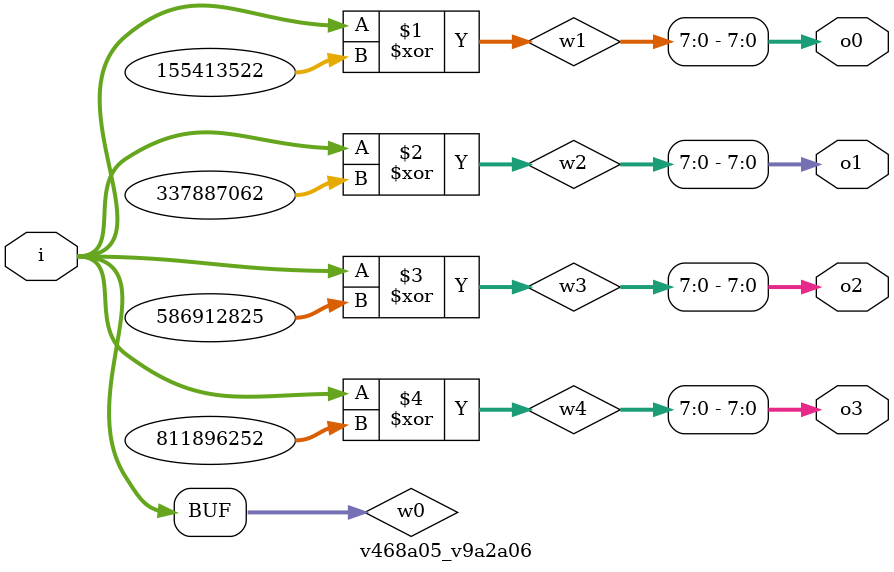
<source format=v>

module v468a05 (
  input [31:0] ve841af,
  output [7:0] vdd0469,
  output [7:0] v4ba85d,
  output [7:0] vf93ecb,
  output [7:0] vc6471a
);

  // Instantiate v468a05_v9a2a06 module
  v468a05_v9a2a06 v9a2a06 (
    .i(ve841af),
    .o0(vdd0469),
    .o1(vf93ecb),
    .o2(v4ba85d),
    .o3(vc6471a)
  );

endmodule
module v468a05_v9a2a06 (
  input [31:0] i,
  output [7:0] o0,
  output [7:0] o1,
  output [7:0] o2,
  output [7:0] o3
);

  wire [31:0] w0;
  wire [31:0] w1;
  wire [31:0] w2;
  wire [31:0] w3;
  wire [31:0] w4;

  // Assign input to wire
  assign w0 = i;

  // Xors of i
  assign w1 = i ^ 32'h09436c12;
  assign w2 = i ^ 32'h1423bf56;
  assign w3 = i ^ 32'h22fb9439;
  assign w4 = i ^ 32'h30648dbc;

  // Assign wires to outputs
  assign o0 = w1[7:0];
  assign o1 = w2[7:0];
  assign o2 = w3[7:0];
  assign o3 = w4[7:0];

endmodule
</source>
